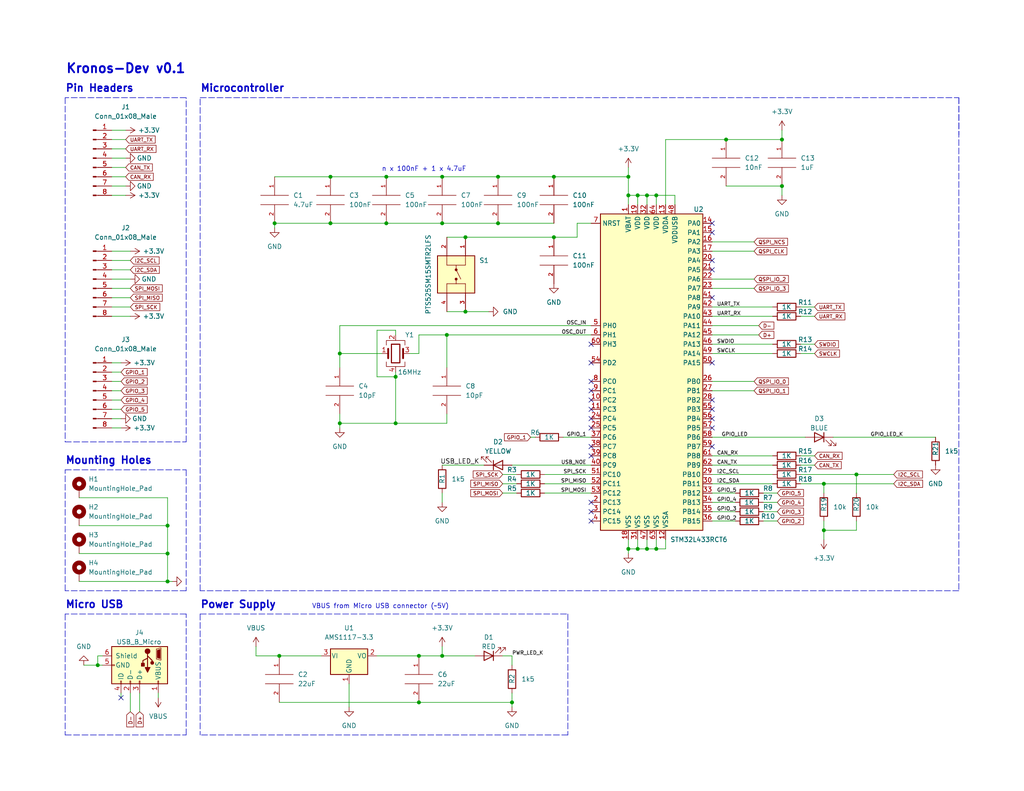
<source format=kicad_sch>
(kicad_sch (version 20211123) (generator eeschema)
  (paper "USLetter")
  (title_block (title "Kronos-Dev") (date "2022-11-25") (rev "0.1") (company "Space Concordia"))
  (lib_symbols
    (symbol "Buttons:PTS525SM15SMTR2LFS" (pin_names (offset 1.016))
      (property "Reference" "S" (at -5.0838 5.5922 0))
      (property "Value" "PTS525SM15SMTR2LFS" (at -5.0809 -7.3672 0))
      (symbol "PTS525SM15SMTR2LFS_0_0"
        (rectangle (start -5.08 -5.08) (end 5.08 5.08) (stroke (width 0.254)) (fill (type background)))
        (circle (center -1.27 0) (radius 0.1905) (stroke (width 0.381)))
        (polyline (pts (xy -5.08 2.54) (xy -2.54 2.54)) (stroke (width 0.1524)))
        (polyline (pts (xy -2.54 -2.54) (xy -5.08 -2.54)) (stroke (width 0.1524)))
        (polyline (pts (xy -2.54 0) (xy -2.54 -2.54)) (stroke (width 0.1524)))
        (polyline (pts (xy -2.54 0) (xy -1.27 0)) (stroke (width 0.1524)))
        (polyline (pts (xy -2.54 2.54) (xy -2.54 0)) (stroke (width 0.1524)))
        (polyline (pts (xy -1.27 0) (xy 1.27 1.27)) (stroke (width 0.1524)))
        (polyline (pts (xy 1.27 0) (xy 2.54 0)) (stroke (width 0.1524)))
        (polyline (pts (xy 2.54 -2.54) (xy 5.08 -2.54)) (stroke (width 0.1524)))
        (polyline (pts (xy 2.54 0) (xy 2.54 -2.54)) (stroke (width 0.1524)))
        (polyline (pts (xy 2.54 2.54) (xy 2.54 0)) (stroke (width 0.1524)))
        (polyline (pts (xy 5.08 2.54) (xy 2.54 2.54)) (stroke (width 0.1524)))
        (circle (center 1.27 0) (radius 0.1905) (stroke (width 0.381)))
        (pin passive line (at -10.16 2.54 0) (length 5.08) (name "~") (number "1"))
        (pin passive line (at -10.16 -2.54 0) (length 5.08) (name "~") (number "2"))
        (pin passive line (at 10.16 2.54 180) (length 5.08) (name "~") (number "3"))
        (pin passive line (at 10.16 -2.54 180) (length 5.08) (name "~") (number "4"))
      )
    )
    (symbol "Connector:Conn_01x08_Male" (pin_names (offset 1.016) hide)
      (property "Reference" "J" (at 0 10.16 0))
      (property "Value" "Conn_01x08_Male" (at 0 -12.7 0))
      (symbol "Conn_01x08_Male_1_1"
        (polyline (pts (xy 1.27 -10.16) (xy 0.8636 -10.16)) (stroke (width 0.1524)))
        (polyline (pts (xy 1.27 -7.62) (xy 0.8636 -7.62)) (stroke (width 0.1524)))
        (polyline (pts (xy 1.27 -5.08) (xy 0.8636 -5.08)) (stroke (width 0.1524)))
        (polyline (pts (xy 1.27 -2.54) (xy 0.8636 -2.54)) (stroke (width 0.1524)))
        (polyline (pts (xy 1.27 0) (xy 0.8636 0)) (stroke (width 0.1524)))
        (polyline (pts (xy 1.27 2.54) (xy 0.8636 2.54)) (stroke (width 0.1524)))
        (polyline (pts (xy 1.27 5.08) (xy 0.8636 5.08)) (stroke (width 0.1524)))
        (polyline (pts (xy 1.27 7.62) (xy 0.8636 7.62)) (stroke (width 0.1524)))
        (rectangle (start 0.8636 -10.033) (end 0 -10.287) (stroke (width 0.1524)) (fill (type outline)))
        (rectangle (start 0.8636 -7.493) (end 0 -7.747) (stroke (width 0.1524)) (fill (type outline)))
        (rectangle (start 0.8636 -4.953) (end 0 -5.207) (stroke (width 0.1524)) (fill (type outline)))
        (rectangle (start 0.8636 -2.413) (end 0 -2.667) (stroke (width 0.1524)) (fill (type outline)))
        (rectangle (start 0.8636 0.127) (end 0 -0.127) (stroke (width 0.1524)) (fill (type outline)))
        (rectangle (start 0.8636 2.667) (end 0 2.413) (stroke (width 0.1524)) (fill (type outline)))
        (rectangle (start 0.8636 5.207) (end 0 4.953) (stroke (width 0.1524)) (fill (type outline)))
        (rectangle (start 0.8636 7.747) (end 0 7.493) (stroke (width 0.1524)) (fill (type outline)))
        (pin passive line (at 5.08 7.62 180) (length 3.81) (name "Pin_1") (number "1"))
        (pin passive line (at 5.08 5.08 180) (length 3.81) (name "Pin_2") (number "2"))
        (pin passive line (at 5.08 2.54 180) (length 3.81) (name "Pin_3") (number "3"))
        (pin passive line (at 5.08 0 180) (length 3.81) (name "Pin_4") (number "4"))
        (pin passive line (at 5.08 -2.54 180) (length 3.81) (name "Pin_5") (number "5"))
        (pin passive line (at 5.08 -5.08 180) (length 3.81) (name "Pin_6") (number "6"))
        (pin passive line (at 5.08 -7.62 180) (length 3.81) (name "Pin_7") (number "7"))
        (pin passive line (at 5.08 -10.16 180) (length 3.81) (name "Pin_8") (number "8"))
      )
    )
    (symbol "Connector:USB_B_Micro" (pin_names (offset 1.016))
      (property "Reference" "J" (at -5.08 11.43 0))
      (property "Value" "USB_B_Micro" (at -5.08 8.89 0))
      (symbol "USB_B_Micro_0_1"
        (rectangle (start -5.08 -7.62) (end 5.08 7.62) (stroke (width 0.254)) (fill (type background)))
        (circle (center -3.81 2.159) (radius 0.635) (stroke (width 0.254)) (fill (type outline)))
        (circle (center -0.635 3.429) (radius 0.381) (stroke (width 0.254)) (fill (type outline)))
        (rectangle (start -0.127 -7.62) (end 0.127 -6.858))
        (polyline (pts (xy -1.905 2.159) (xy 0.635 2.159)) (stroke (width 0.254)))
        (polyline (pts (xy -3.175 2.159) (xy -2.54 2.159) (xy -1.27 3.429) (xy -0.635 3.429)) (stroke (width 0.254)))
        (polyline (pts (xy -2.54 2.159) (xy -1.905 2.159) (xy -1.27 0.889) (xy 0 0.889)) (stroke (width 0.254)))
        (polyline (pts (xy 0.635 2.794) (xy 0.635 1.524) (xy 1.905 2.159) (xy 0.635 2.794)) (stroke (width 0.254)) (fill (type outline)))
        (polyline (pts (xy -4.318 5.588) (xy -1.778 5.588) (xy -2.032 4.826) (xy -4.064 4.826) (xy -4.318 5.588)) (fill (type outline)))
        (polyline (pts (xy -4.699 5.842) (xy -4.699 5.588) (xy -4.445 4.826) (xy -4.445 4.572) (xy -1.651 4.572) (xy -1.651 4.826) (xy -1.397 5.588) (xy -1.397 5.842) (xy -4.699 5.842)))
        (rectangle (start 0.254 1.27) (end -0.508 0.508) (stroke (width 0.254)) (fill (type outline)))
        (rectangle (start 5.08 -5.207) (end 4.318 -4.953))
        (rectangle (start 5.08 -2.667) (end 4.318 -2.413))
        (rectangle (start 5.08 -0.127) (end 4.318 0.127))
        (rectangle (start 5.08 4.953) (end 4.318 5.207))
      )
      (symbol "USB_B_Micro_1_1"
        (pin power_out line (at 7.62 5.08 180) (length 2.54) (name "VBUS") (number "1"))
        (pin bidirectional line (at 7.62 -2.54 180) (length 2.54) (name "D-") (number "2"))
        (pin bidirectional line (at 7.62 0 180) (length 2.54) (name "D+") (number "3"))
        (pin passive line (at 7.62 -5.08 180) (length 2.54) (name "ID") (number "4"))
        (pin power_out line (at 0 -10.16 90) (length 2.54) (name "GND") (number "5"))
        (pin passive line (at -2.54 -10.16 90) (length 2.54) (name "Shield") (number "6"))
      )
    )
    (symbol "Device:Crystal_GND24" (pin_names (offset 1.016) hide)
      (property "Reference" "Y" (at 3.175 5.08 0))
      (property "Value" "Crystal_GND24" (at 3.175 3.175 0))
      (symbol "Crystal_GND24_0_1"
        (rectangle (start -1.143 2.54) (end 1.143 -2.54) (stroke (width 0.3048)))
        (polyline (pts (xy -2.54 0) (xy -2.032 0)))
        (polyline (pts (xy -2.032 -1.27) (xy -2.032 1.27)) (stroke (width 0.508)))
        (polyline (pts (xy 0 -3.81) (xy 0 -3.556)))
        (polyline (pts (xy 0 3.556) (xy 0 3.81)))
        (polyline (pts (xy 2.032 -1.27) (xy 2.032 1.27)) (stroke (width 0.508)))
        (polyline (pts (xy 2.032 0) (xy 2.54 0)))
        (polyline (pts (xy -2.54 -2.286) (xy -2.54 -3.556) (xy 2.54 -3.556) (xy 2.54 -2.286)))
        (polyline (pts (xy -2.54 2.286) (xy -2.54 3.556) (xy 2.54 3.556) (xy 2.54 2.286)))
      )
      (symbol "Crystal_GND24_1_1"
        (pin passive line (at -3.81 0 0) (length 1.27) (name "1") (number "1"))
        (pin passive line (at 0 5.08 270) (length 1.27) (name "2") (number "2"))
        (pin passive line (at 3.81 0 180) (length 1.27) (name "3") (number "3"))
        (pin passive line (at 0 -5.08 90) (length 1.27) (name "4") (number "4"))
      )
    )
    (symbol "Device:LED" (pin_numbers hide) (pin_names (offset 1.016) hide)
      (property "Reference" "D" (at 0 2.54 0))
      (property "Value" "LED" (at 0 -2.54 0))
      (symbol "LED_0_1"
        (polyline (pts (xy -1.27 -1.27) (xy -1.27 1.27)) (stroke (width 0.254)))
        (polyline (pts (xy -1.27 0) (xy 1.27 0)))
        (polyline (pts (xy 1.27 -1.27) (xy 1.27 1.27) (xy -1.27 0) (xy 1.27 -1.27)) (stroke (width 0.254)))
        (polyline (pts (xy -3.048 -0.762) (xy -4.572 -2.286) (xy -3.81 -2.286) (xy -4.572 -2.286) (xy -4.572 -1.524)))
        (polyline (pts (xy -1.778 -0.762) (xy -3.302 -2.286) (xy -2.54 -2.286) (xy -3.302 -2.286) (xy -3.302 -1.524)))
      )
      (symbol "LED_1_1"
        (pin passive line (at -3.81 0 0) (length 2.54) (name "K") (number "1"))
        (pin passive line (at 3.81 0 180) (length 2.54) (name "A") (number "2"))
      )
    )
    (symbol "Device:R" (pin_numbers hide) (pin_names (offset 0))
      (property "Reference" "R" (at 2.032 0 90))
      (property "Value" "R" (at 0 0 90))
      (symbol "R_0_1"
        (rectangle (start -1.016 -2.54) (end 1.016 2.54) (stroke (width 0.254)))
      )
      (symbol "R_1_1"
        (pin passive line (at 0 3.81 270) (length 1.27) (name "~") (number "1"))
        (pin passive line (at 0 -3.81 90) (length 1.27) (name "~") (number "2"))
      )
    )
    (symbol "MCU_ST_STM32L4:STM32L433RCTx"
      (property "Reference" "U" (at -15.24 44.45 0))
      (property "Value" "STM32L433RCTx" (at 7.62 44.45 0))
      (symbol "STM32L433RCTx_0_1"
        (rectangle (start -15.24 -43.18) (end 12.7 43.18) (stroke (width 0.254)) (fill (type background)))
      )
      (symbol "STM32L433RCTx_1_1"
        (pin power_in line (at -7.62 45.72 270) (length 2.54) (name "VBAT") (number "1"))
        (pin bidirectional line (at -17.78 -7.62 0) (length 2.54) (name "PC2") (number "10"))
        (pin bidirectional line (at -17.78 -10.16 0) (length 2.54) (name "PC3") (number "11"))
        (pin power_in line (at 2.54 -45.72 90) (length 2.54) (name "VSSA") (number "12"))
        (pin power_in line (at 2.54 45.72 270) (length 2.54) (name "VDDA") (number "13"))
        (pin bidirectional line (at 15.24 40.64 180) (length 2.54) (name "PA0") (number "14"))
        (pin bidirectional line (at 15.24 38.1 180) (length 2.54) (name "PA1") (number "15"))
        (pin bidirectional line (at 15.24 35.56 180) (length 2.54) (name "PA2") (number "16"))
        (pin bidirectional line (at 15.24 33.02 180) (length 2.54) (name "PA3") (number "17"))
        (pin power_in line (at -7.62 -45.72 90) (length 2.54) (name "VSS") (number "18"))
        (pin power_in line (at -5.08 45.72 270) (length 2.54) (name "VDD") (number "19"))
        (pin bidirectional line (at -17.78 -35.56 0) (length 2.54) (name "PC13") (number "2"))
        (pin bidirectional line (at 15.24 30.48 180) (length 2.54) (name "PA4") (number "20"))
        (pin bidirectional line (at 15.24 27.94 180) (length 2.54) (name "PA5") (number "21"))
        (pin bidirectional line (at 15.24 25.4 180) (length 2.54) (name "PA6") (number "22"))
        (pin bidirectional line (at 15.24 22.86 180) (length 2.54) (name "PA7") (number "23"))
        (pin bidirectional line (at -17.78 -12.7 0) (length 2.54) (name "PC4") (number "24"))
        (pin bidirectional line (at -17.78 -15.24 0) (length 2.54) (name "PC5") (number "25"))
        (pin bidirectional line (at 15.24 -2.54 180) (length 2.54) (name "PB0") (number "26"))
        (pin bidirectional line (at 15.24 -5.08 180) (length 2.54) (name "PB1") (number "27"))
        (pin bidirectional line (at 15.24 -7.62 180) (length 2.54) (name "PB2") (number "28"))
        (pin bidirectional line (at 15.24 -27.94 180) (length 2.54) (name "PB10") (number "29"))
        (pin bidirectional line (at -17.78 -38.1 0) (length 2.54) (name "PC14") (number "3"))
        (pin bidirectional line (at 15.24 -30.48 180) (length 2.54) (name "PB11") (number "30"))
        (pin power_in line (at -5.08 -45.72 90) (length 2.54) (name "VSS") (number "31"))
        (pin power_in line (at -2.54 45.72 270) (length 2.54) (name "VDD") (number "32"))
        (pin bidirectional line (at 15.24 -33.02 180) (length 2.54) (name "PB12") (number "33"))
        (pin bidirectional line (at 15.24 -35.56 180) (length 2.54) (name "PB13") (number "34"))
        (pin bidirectional line (at 15.24 -38.1 180) (length 2.54) (name "PB14") (number "35"))
        (pin bidirectional line (at 15.24 -40.64 180) (length 2.54) (name "PB15") (number "36"))
        (pin bidirectional line (at -17.78 -17.78 0) (length 2.54) (name "PC6") (number "37"))
        (pin bidirectional line (at -17.78 -20.32 0) (length 2.54) (name "PC7") (number "38"))
        (pin bidirectional line (at -17.78 -22.86 0) (length 2.54) (name "PC8") (number "39"))
        (pin bidirectional line (at -17.78 -40.64 0) (length 2.54) (name "PC15") (number "4"))
        (pin bidirectional line (at -17.78 -25.4 0) (length 2.54) (name "PC9") (number "40"))
        (pin bidirectional line (at 15.24 20.32 180) (length 2.54) (name "PA8") (number "41"))
        (pin bidirectional line (at 15.24 17.78 180) (length 2.54) (name "PA9") (number "42"))
        (pin bidirectional line (at 15.24 15.24 180) (length 2.54) (name "PA10") (number "43"))
        (pin bidirectional line (at 15.24 12.7 180) (length 2.54) (name "PA11") (number "44"))
        (pin bidirectional line (at 15.24 10.16 180) (length 2.54) (name "PA12") (number "45"))
        (pin bidirectional line (at 15.24 7.62 180) (length 2.54) (name "PA13") (number "46"))
        (pin power_in line (at -2.54 -45.72 90) (length 2.54) (name "VSS") (number "47"))
        (pin power_in line (at 5.08 45.72 270) (length 2.54) (name "VDDUSB") (number "48"))
        (pin bidirectional line (at 15.24 5.08 180) (length 2.54) (name "PA14") (number "49"))
        (pin input line (at -17.78 12.7 0) (length 2.54) (name "PH0") (number "5"))
        (pin bidirectional line (at 15.24 2.54 180) (length 2.54) (name "PA15") (number "50"))
        (pin bidirectional line (at -17.78 -27.94 0) (length 2.54) (name "PC10") (number "51"))
        (pin bidirectional line (at -17.78 -30.48 0) (length 2.54) (name "PC11") (number "52"))
        (pin bidirectional line (at -17.78 -33.02 0) (length 2.54) (name "PC12") (number "53"))
        (pin bidirectional line (at -17.78 2.54 0) (length 2.54) (name "PD2") (number "54"))
        (pin bidirectional line (at 15.24 -10.16 180) (length 2.54) (name "PB3") (number "55"))
        (pin bidirectional line (at 15.24 -12.7 180) (length 2.54) (name "PB4") (number "56"))
        (pin bidirectional line (at 15.24 -15.24 180) (length 2.54) (name "PB5") (number "57"))
        (pin bidirectional line (at 15.24 -17.78 180) (length 2.54) (name "PB6") (number "58"))
        (pin bidirectional line (at 15.24 -20.32 180) (length 2.54) (name "PB7") (number "59"))
        (pin input line (at -17.78 10.16 0) (length 2.54) (name "PH1") (number "6"))
        (pin bidirectional line (at -17.78 7.62 0) (length 2.54) (name "PH3") (number "60"))
        (pin bidirectional line (at 15.24 -22.86 180) (length 2.54) (name "PB8") (number "61"))
        (pin bidirectional line (at 15.24 -25.4 180) (length 2.54) (name "PB9") (number "62"))
        (pin power_in line (at 0 -45.72 90) (length 2.54) (name "VSS") (number "63"))
        (pin power_in line (at 0 45.72 270) (length 2.54) (name "VDD") (number "64"))
        (pin input line (at -17.78 40.64 0) (length 2.54) (name "NRST") (number "7"))
        (pin bidirectional line (at -17.78 -2.54 0) (length 2.54) (name "PC0") (number "8"))
        (pin bidirectional line (at -17.78 -5.08 0) (length 2.54) (name "PC1") (number "9"))
      )
    )
    (symbol "Mechanical:MountingHole_Pad" (pin_numbers hide) (pin_names (offset 1.016) hide)
      (property "Reference" "H" (at 0 6.35 0))
      (property "Value" "MountingHole_Pad" (at 0 4.445 0))
      (symbol "MountingHole_Pad_0_1"
        (circle (center 0 1.27) (radius 1.27) (stroke (width 1.27)))
      )
      (symbol "MountingHole_Pad_1_1"
        (pin input line (at 0 -2.54 90) (length 2.54) (name "1") (number "1"))
      )
    )
    (symbol "Regulator_Linear:AMS1117-3.3" (pin_names (offset 0.254))
      (property "Reference" "U" (at -3.81 3.175 0))
      (property "Value" "AMS1117-3.3" (at 0 3.175 0))
      (symbol "AMS1117-3.3_0_1"
        (rectangle (start -5.08 -5.08) (end 5.08 1.905) (stroke (width 0.254)) (fill (type background)))
      )
      (symbol "AMS1117-3.3_1_1"
        (pin power_in line (at 0 -7.62 90) (length 2.54) (name "GND") (number "1"))
        (pin power_out line (at 7.62 0 180) (length 2.54) (name "VO") (number "2"))
        (pin power_in line (at -7.62 0 0) (length 2.54) (name "VI") (number "3"))
      )
    )
    (symbol "power:+3.3V" (power) (pin_names (offset 0))
      (property "Value" "+3.3V" (at 0 3.556 0))
      (symbol "+3.3V_0_1"
        (polyline (pts (xy -0.762 1.27) (xy 0 2.54)))
        (polyline (pts (xy 0 0) (xy 0 2.54)))
        (polyline (pts (xy 0 2.54) (xy 0.762 1.27)))
      )
      (symbol "+3.3V_1_1"
        (pin power_in line (at 0 0 90) (length 0) hide (name "+3.3V") (number "1"))
      )
    )
    (symbol "power:GND" (power) (pin_names (offset 0))
      (property "Value" "GND" (at 0 -3.81 0))
      (symbol "GND_0_1"
        (polyline (pts (xy 0 0) (xy 0 -1.27) (xy 1.27 -1.27) (xy 0 -2.54) (xy -1.27 -1.27) (xy 0 -1.27)))
      )
      (symbol "GND_1_1"
        (pin power_in line (at 0 0 270) (length 0) hide (name "GND") (number "1"))
      )
    )
    (symbol "power:VBUS" (power) (pin_names (offset 0))
      (property "Value" "VBUS" (at 0 3.81 0))
      (symbol "VBUS_0_1"
        (polyline (pts (xy -0.762 1.27) (xy 0 2.54)))
        (polyline (pts (xy 0 0) (xy 0 2.54)))
        (polyline (pts (xy 0 2.54) (xy 0.762 1.27)))
      )
      (symbol "VBUS_1_1"
        (pin power_in line (at 0 0 90) (length 0) hide (name "VBUS") (number "1"))
      )
    )
    (symbol "pspice:C" (pin_names (offset 0.254))
      (property "Reference" "C" (at 2.54 3.81 90))
      (property "Value" "C" (at 2.54 -3.81 90))
      (symbol "C_0_1"
        (polyline (pts (xy -3.81 -1.27) (xy 3.81 -1.27)))
        (polyline (pts (xy -3.81 1.27) (xy 3.81 1.27)))
      )
      (symbol "C_1_1"
        (pin passive line (at 0 6.35 270) (length 5.08) (name "~") (number "1"))
        (pin passive line (at 0 -6.35 90) (length 5.08) (name "~") (number "2"))
      )
    )
  )
  (junction (at 45.72 158.75))
  (junction (at 90.17 48.26))
  (junction (at 135.89 60.96))
  (junction (at 179.07 53.34))
  (junction (at 45.72 143.51))
  (junction (at 105.41 48.26))
  (junction (at 120.65 48.26))
  (junction (at 105.41 60.96))
  (junction (at 127 64.77))
  (junction (at 173.99 149.86))
  (junction (at 198.12 38.1))
  (junction (at 114.3 191.77))
  (junction (at 213.36 38.1))
  (junction (at 92.71 115.57))
  (junction (at 135.89 48.26))
  (junction (at 120.65 60.96))
  (junction (at 173.99 53.34))
  (junction (at 224.79 132.08))
  (junction (at 90.17 60.96))
  (junction (at 224.79 144.78))
  (junction (at 176.53 53.34))
  (junction (at 76.2 179.07))
  (junction (at 171.45 53.34))
  (junction (at 121.92 91.44))
  (junction (at 151.13 48.26))
  (junction (at 107.95 115.57))
  (junction (at 213.36 50.8))
  (junction (at 114.3 179.07))
  (junction (at 74.93 60.96))
  (junction (at 107.95 102.87))
  (junction (at 176.53 149.86))
  (junction (at 233.68 129.54))
  (junction (at 139.7 191.77))
  (junction (at 151.13 64.77))
  (junction (at 127 85.09))
  (junction (at 120.65 179.07))
  (junction (at 171.45 48.26))
  (junction (at 92.71 96.52))
  (junction (at 45.72 151.13))
  (junction (at 179.07 149.86))
  (junction (at 26.67 181.61))
  (junction (at 171.45 149.86))
  (no_connect (at 194.31 73.66))
  (no_connect (at 161.29 124.46))
  (no_connect (at 161.29 104.14))
  (no_connect (at 194.31 81.28))
  (no_connect (at 194.31 71.12))
  (no_connect (at 161.29 109.22))
  (no_connect (at 161.29 111.76))
  (no_connect (at 194.31 111.76))
  (no_connect (at 161.29 114.3))
  (no_connect (at 161.29 106.68))
  (no_connect (at 194.31 116.84))
  (no_connect (at 161.29 142.24))
  (no_connect (at 194.31 63.5))
  (no_connect (at 161.29 99.06))
  (no_connect (at 194.31 109.22))
  (no_connect (at 194.31 121.92))
  (no_connect (at 194.31 114.3))
  (no_connect (at 161.29 121.92))
  (no_connect (at 161.29 93.98))
  (no_connect (at 33.02 190.5))
  (no_connect (at 161.29 137.16))
  (no_connect (at 194.31 60.96))
  (no_connect (at 194.31 99.06))
  (no_connect (at 161.29 116.84))
  (no_connect (at 161.29 139.7))
  (wire (pts (xy 194.31 66.04) (xy 205.74 66.04)))
  (wire (pts (xy 176.53 53.34) (xy 179.07 53.34)))
  (polyline (pts (xy 261.62 26.67) (xy 261.62 36.83)))
  (wire (pts (xy 148.59 134.62) (xy 161.29 134.62)))
  (wire (pts (xy 148.59 132.08) (xy 161.29 132.08)))
  (wire (pts (xy 74.93 60.96) (xy 90.17 60.96)))
  (wire (pts (xy 127 64.77) (xy 151.13 64.77)))
  (wire (pts (xy 121.92 85.09) (xy 127 85.09)))
  (wire (pts (xy 176.53 53.34) (xy 176.53 55.88)))
  (polyline (pts (xy 17.78 167.64) (xy 17.78 200.66)))
  (wire (pts (xy 176.53 149.86) (xy 173.99 149.86)))
  (wire (pts (xy 135.89 48.26) (xy 151.13 48.26)))
  (wire (pts (xy 171.45 147.32) (xy 171.45 149.86)))
  (wire (pts (xy 90.17 48.26) (xy 105.41 48.26)))
  (wire (pts (xy 212.09 134.62) (xy 208.28 134.62)))
  (wire (pts (xy 194.31 129.54) (xy 210.82 129.54)))
  (wire (pts (xy 76.2 179.07) (xy 87.63 179.07)))
  (polyline (pts (xy 261.62 26.67) (xy 261.62 161.29)))
  (polyline (pts (xy 54.61 167.64) (xy 54.61 200.66)))
  (wire (pts (xy 45.72 151.13) (xy 45.72 158.75)))
  (polyline (pts (xy 54.61 161.29) (xy 54.61 26.67)))
  (wire (pts (xy 105.41 48.26) (xy 120.65 48.26)))
  (wire (pts (xy 194.31 119.38) (xy 219.71 119.38)))
  (wire (pts (xy 173.99 149.86) (xy 171.45 149.86)))
  (wire (pts (xy 111.76 96.52) (xy 114.3 96.52)))
  (polyline (pts (xy 54.61 26.67) (xy 261.62 26.67)))
  (wire (pts (xy 179.07 53.34) (xy 184.15 53.34)))
  (wire (pts (xy 35.56 189.23) (xy 35.56 194.31)))
  (wire (pts (xy 179.07 53.34) (xy 179.07 55.88)))
  (wire (pts (xy 120.65 127) (xy 132.08 127)))
  (wire (pts (xy 218.44 86.36) (xy 222.25 86.36)))
  (wire (pts (xy 181.61 147.32) (xy 181.61 149.86)))
  (wire (pts (xy 30.48 35.56) (xy 34.29 35.56)))
  (wire (pts (xy 30.48 104.14) (xy 33.02 104.14)))
  (wire (pts (xy 218.44 129.54) (xy 233.68 129.54)))
  (wire (pts (xy 95.25 186.69) (xy 95.25 193.04)))
  (wire (pts (xy 69.85 179.07) (xy 76.2 179.07)))
  (wire (pts (xy 74.93 60.96) (xy 74.93 62.23)))
  (wire (pts (xy 30.48 68.58) (xy 35.56 68.58)))
  (wire (pts (xy 33.02 190.5) (xy 33.02 189.23)))
  (wire (pts (xy 30.48 116.84) (xy 33.02 116.84)))
  (wire (pts (xy 38.1 189.23) (xy 38.1 194.31)))
  (wire (pts (xy 139.7 191.77) (xy 139.7 193.04)))
  (polyline (pts (xy 50.8 26.67) (xy 17.78 26.67)))
  (wire (pts (xy 30.48 43.18) (xy 34.29 43.18)))
  (wire (pts (xy 194.31 88.9) (xy 207.01 88.9)))
  (wire (pts (xy 218.44 132.08) (xy 224.79 132.08)))
  (wire (pts (xy 120.65 48.26) (xy 135.89 48.26)))
  (wire (pts (xy 181.61 38.1) (xy 181.61 55.88)))
  (wire (pts (xy 218.44 124.46) (xy 222.25 124.46)))
  (wire (pts (xy 92.71 116.84) (xy 92.71 115.57)))
  (wire (pts (xy 194.31 104.14) (xy 205.74 104.14)))
  (wire (pts (xy 107.95 90.17) (xy 102.87 90.17)))
  (wire (pts (xy 107.95 115.57) (xy 121.92 115.57)))
  (wire (pts (xy 105.41 60.96) (xy 120.65 60.96)))
  (wire (pts (xy 194.31 106.68) (xy 205.74 106.68)))
  (wire (pts (xy 30.48 73.66) (xy 35.56 73.66)))
  (wire (pts (xy 151.13 48.26) (xy 171.45 48.26)))
  (wire (pts (xy 114.3 179.07) (xy 120.65 179.07)))
  (polyline (pts (xy 17.78 200.66) (xy 50.8 200.66)))
  (wire (pts (xy 224.79 132.08) (xy 243.84 132.08)))
  (wire (pts (xy 21.59 158.75) (xy 45.72 158.75)))
  (wire (pts (xy 26.67 181.61) (xy 27.94 181.61)))
  (wire (pts (xy 144.78 119.38) (xy 146.05 119.38)))
  (wire (pts (xy 26.67 179.07) (xy 26.67 181.61)))
  (wire (pts (xy 171.45 45.72) (xy 171.45 48.26)))
  (wire (pts (xy 92.71 113.03) (xy 92.71 115.57)))
  (wire (pts (xy 30.48 99.06) (xy 33.02 99.06)))
  (wire (pts (xy 21.59 135.89) (xy 45.72 135.89)))
  (wire (pts (xy 171.45 53.34) (xy 173.99 53.34)))
  (wire (pts (xy 173.99 53.34) (xy 173.99 55.88)))
  (wire (pts (xy 90.17 60.96) (xy 105.41 60.96)))
  (wire (pts (xy 194.31 96.52) (xy 210.82 96.52)))
  (wire (pts (xy 107.95 91.44) (xy 107.95 90.17)))
  (wire (pts (xy 198.12 50.8) (xy 213.36 50.8)))
  (wire (pts (xy 30.48 71.12) (xy 35.56 71.12)))
  (wire (pts (xy 127 85.09) (xy 133.35 85.09)))
  (polyline (pts (xy 17.78 26.67) (xy 17.78 120.65)))
  (wire (pts (xy 224.79 132.08) (xy 224.79 134.62)))
  (wire (pts (xy 45.72 135.89) (xy 45.72 143.51)))
  (wire (pts (xy 30.48 78.74) (xy 35.56 78.74)))
  (wire (pts (xy 30.48 48.26) (xy 34.29 48.26)))
  (polyline (pts (xy 17.78 120.65) (xy 50.8 120.65)))
  (wire (pts (xy 30.48 83.82) (xy 35.56 83.82)))
  (wire (pts (xy 114.3 91.44) (xy 121.92 91.44)))
  (wire (pts (xy 30.48 114.3) (xy 33.02 114.3)))
  (wire (pts (xy 137.16 134.62) (xy 140.97 134.62)))
  (wire (pts (xy 45.72 143.51) (xy 45.72 151.13)))
  (wire (pts (xy 194.31 93.98) (xy 210.82 93.98)))
  (wire (pts (xy 208.28 142.24) (xy 212.09 142.24)))
  (wire (pts (xy 194.31 86.36) (xy 210.82 86.36)))
  (wire (pts (xy 148.59 129.54) (xy 161.29 129.54)))
  (wire (pts (xy 120.65 134.62) (xy 120.65 137.16)))
  (wire (pts (xy 224.79 142.24) (xy 224.79 144.78)))
  (wire (pts (xy 198.12 38.1) (xy 213.36 38.1)))
  (wire (pts (xy 139.7 127) (xy 161.29 127)))
  (wire (pts (xy 194.31 132.08) (xy 210.82 132.08)))
  (wire (pts (xy 157.48 64.77) (xy 157.48 60.96)))
  (wire (pts (xy 30.48 81.28) (xy 35.56 81.28)))
  (wire (pts (xy 157.48 60.96) (xy 161.29 60.96)))
  (wire (pts (xy 46.99 158.75) (xy 45.72 158.75)))
  (wire (pts (xy 194.31 78.74) (xy 205.74 78.74)))
  (wire (pts (xy 26.67 179.07) (xy 27.94 179.07)))
  (polyline (pts (xy 17.78 128.27) (xy 50.8 128.27)))
  (wire (pts (xy 102.87 90.17) (xy 102.87 102.87)))
  (polyline (pts (xy 17.78 161.29) (xy 17.78 128.27)))
  (wire (pts (xy 171.45 53.34) (xy 171.45 55.88)))
  (wire (pts (xy 107.95 101.6) (xy 107.95 102.87)))
  (wire (pts (xy 139.7 191.77) (xy 114.3 191.77)))
  (polyline (pts (xy 50.8 128.27) (xy 50.8 161.29)))
  (wire (pts (xy 194.31 124.46) (xy 210.82 124.46)))
  (wire (pts (xy 233.68 142.24) (xy 233.68 144.78)))
  (wire (pts (xy 137.16 132.08) (xy 140.97 132.08)))
  (polyline (pts (xy 50.8 161.29) (xy 17.78 161.29)))
  (wire (pts (xy 43.18 190.5) (xy 43.18 189.23)))
  (wire (pts (xy 194.31 142.24) (xy 200.66 142.24)))
  (wire (pts (xy 218.44 96.52) (xy 222.25 96.52)))
  (wire (pts (xy 121.92 91.44) (xy 121.92 100.33)))
  (wire (pts (xy 137.16 129.54) (xy 140.97 129.54)))
  (wire (pts (xy 102.87 102.87) (xy 107.95 102.87)))
  (wire (pts (xy 176.53 147.32) (xy 176.53 149.86)))
  (wire (pts (xy 194.31 139.7) (xy 200.66 139.7)))
  (wire (pts (xy 121.92 64.77) (xy 127 64.77)))
  (wire (pts (xy 120.65 179.07) (xy 120.65 176.53)))
  (wire (pts (xy 107.95 102.87) (xy 107.95 115.57)))
  (wire (pts (xy 173.99 147.32) (xy 173.99 149.86)))
  (wire (pts (xy 102.87 179.07) (xy 114.3 179.07)))
  (wire (pts (xy 92.71 96.52) (xy 104.14 96.52)))
  (wire (pts (xy 120.65 60.96) (xy 135.89 60.96)))
  (polyline (pts (xy 54.61 167.64) (xy 154.94 167.64)))
  (wire (pts (xy 92.71 115.57) (xy 107.95 115.57)))
  (polyline (pts (xy 154.94 167.64) (xy 154.94 200.66)))
  (wire (pts (xy 218.44 83.82) (xy 222.25 83.82)))
  (wire (pts (xy 30.48 40.64) (xy 34.29 40.64)))
  (wire (pts (xy 121.92 91.44) (xy 161.29 91.44)))
  (wire (pts (xy 114.3 96.52) (xy 114.3 91.44)))
  (polyline (pts (xy 154.94 200.66) (xy 54.61 200.66)))
  (wire (pts (xy 208.28 139.7) (xy 212.09 139.7)))
  (wire (pts (xy 224.79 144.78) (xy 224.79 147.32)))
  (wire (pts (xy 30.48 38.1) (xy 34.29 38.1)))
  (wire (pts (xy 21.59 143.51) (xy 45.72 143.51)))
  (wire (pts (xy 30.48 109.22) (xy 33.02 109.22)))
  (wire (pts (xy 213.36 35.56) (xy 213.36 38.1)))
  (wire (pts (xy 171.45 48.26) (xy 171.45 53.34)))
  (wire (pts (xy 30.48 86.36) (xy 35.56 86.36)))
  (wire (pts (xy 92.71 96.52) (xy 92.71 88.9)))
  (wire (pts (xy 179.07 149.86) (xy 176.53 149.86)))
  (wire (pts (xy 30.48 45.72) (xy 34.29 45.72)))
  (wire (pts (xy 218.44 93.98) (xy 222.25 93.98)))
  (wire (pts (xy 30.48 53.34) (xy 34.29 53.34)))
  (wire (pts (xy 233.68 129.54) (xy 233.68 134.62)))
  (wire (pts (xy 181.61 149.86) (xy 179.07 149.86)))
  (wire (pts (xy 30.48 50.8) (xy 34.29 50.8)))
  (wire (pts (xy 194.31 68.58) (xy 205.74 68.58)))
  (wire (pts (xy 139.7 189.23) (xy 139.7 191.77)))
  (polyline (pts (xy 50.8 120.65) (xy 50.8 26.67)))
  (wire (pts (xy 92.71 96.52) (xy 92.71 100.33)))
  (wire (pts (xy 69.85 176.53) (xy 69.85 179.07)))
  (wire (pts (xy 92.71 88.9) (xy 161.29 88.9)))
  (wire (pts (xy 74.93 48.26) (xy 90.17 48.26)))
  (wire (pts (xy 151.13 64.77) (xy 157.48 64.77)))
  (wire (pts (xy 194.31 127) (xy 210.82 127)))
  (wire (pts (xy 30.48 111.76) (xy 33.02 111.76)))
  (wire (pts (xy 120.65 179.07) (xy 129.54 179.07)))
  (wire (pts (xy 218.44 127) (xy 222.25 127)))
  (wire (pts (xy 194.31 91.44) (xy 207.01 91.44)))
  (wire (pts (xy 30.48 76.2) (xy 35.56 76.2)))
  (wire (pts (xy 22.86 181.61) (xy 26.67 181.61)))
  (wire (pts (xy 30.48 106.68) (xy 33.02 106.68)))
  (wire (pts (xy 208.2364 137.16) (xy 212.09 137.16)))
  (wire (pts (xy 21.59 151.13) (xy 45.72 151.13)))
  (wire (pts (xy 137.16 179.07) (xy 139.7 179.07)))
  (wire (pts (xy 194.31 83.82) (xy 210.82 83.82)))
  (wire (pts (xy 224.79 144.78) (xy 233.68 144.78)))
  (wire (pts (xy 121.92 113.03) (xy 121.92 115.57)))
  (wire (pts (xy 30.48 101.6) (xy 33.02 101.6)))
  (polyline (pts (xy 50.8 167.64) (xy 17.78 167.64)))
  (wire (pts (xy 194.31 137.16) (xy 200.6164 137.16)))
  (wire (pts (xy 233.68 129.54) (xy 243.84 129.54)))
  (wire (pts (xy 171.45 149.86) (xy 171.45 151.13)))
  (wire (pts (xy 200.66 134.62) (xy 194.31 134.62)))
  (wire (pts (xy 179.07 147.32) (xy 179.07 149.86)))
  (polyline (pts (xy 50.8 200.66) (xy 50.8 167.64)))
  (polyline (pts (xy 261.62 161.29) (xy 54.61 161.29)))
  (wire (pts (xy 184.15 53.34) (xy 184.15 55.88)))
  (wire (pts (xy 135.89 60.96) (xy 151.13 60.96)))
  (wire (pts (xy 76.2 191.77) (xy 114.3 191.77)))
  (wire (pts (xy 139.7 179.07) (xy 139.7 181.61)))
  (wire (pts (xy 173.99 53.34) (xy 176.53 53.34)))
  (wire (pts (xy 227.33 119.38) (xy 255.27 119.38)))
  (wire (pts (xy 213.36 50.8) (xy 213.36 53.34)))
  (wire (pts (xy 153.67 119.38) (xy 161.29 119.38)))
  (wire (pts (xy 181.61 38.1) (xy 198.12 38.1)))
  (wire (pts (xy 194.31 76.2) (xy 205.74 76.2)))
  (text "Power Supply" (at 54.61 166.37 0) (effects (font (size 2 2) (thickness 0.4) bold) (justify left bottom)))
  (text "Pin Headers" (at 17.78 25.4 0) (effects (font (size 2 2) (thickness 0.4) bold) (justify left bottom)))
  (text "VBUS from Micro USB connector (~5V)" (at 85.09 166.37 0) (effects (font (size 1.27 1.27)) (justify left bottom)))
  (text "Micro USB" (at 17.78 166.37 0) (effects (font (size 2 2) (thickness 0.4) bold) (justify left bottom)))
  (text "Kronos-Dev v0.1\n" (at 50.8 20.32 180) (effects (font (size 2.5 2.5) (thickness 0.5) bold) (justify right bottom)))
  (text "Microcontroller" (at 54.61 25.4 0) (effects (font (size 2 2) (thickness 0.4) bold) (justify left bottom)))
  (text "Mounting Holes" (at 17.78 127 0) (effects (font (size 2 2) (thickness 0.4) bold) (justify left bottom)))
  (text "n x 100nF + 1 x 4.7uF" (at 104.14 46.99 0) (effects (font (size 1.27 1.27)) (justify left bottom)))
  (label "GPIO_4" (at 195.58 137.16 0) (effects (font (size 1 1))))
  (label "GPIO_LED_K" (at 237.49 119.38 0) (effects (font (size 1 1))))
  (label "GPIO_3" (at 195.58 139.7 0) (effects (font (size 1 1))))
  (label "I2C_SDA" (at 195.58 132.08 0) (effects (font (size 1 1))))
  (label "I2C_SCL" (at 195.58 129.54 0) (effects (font (size 1 1))))
  (label "UART_TX" (at 195.58 83.82 0) (effects (font (size 1 1))))
  (label "PWR_LED_K" (at 139.7 179.07 0) (effects (font (size 1 1))))
  (label "GPIO_5" (at 195.58 134.62 0) (effects (font (size 1 1))))
  (label "OSC_IN" (at 160.02 88.9 180) (effects (font (size 1 1))))
  (label "UART_RX" (at 195.58 86.36 0) (effects (font (size 1 1))))
  (label "SPI_MISO" (at 160.02 132.08 180) (effects (font (size 1 1))))
  (label "SPI_SCK" (at 160.02 129.54 180) (effects (font (size 1 1))))
  (label "USB_NOE" (at 160.02 127 180) (effects (font (size 1 1))))
  (label "GPIO_1" (at 160.02 119.38 180) (effects (font (size 1 1))))
  (label "CAN_TX" (at 195.58 127 0) (effects (font (size 1 1))))
  (label "GPIO_2" (at 195.58 142.24 0) (effects (font (size 1 1))))
  (label "CAN_RX" (at 195.58 124.46 0) (effects (font (size 1 1))))
  (label "SPI_MOSI" (at 160.02 134.62 180) (effects (font (size 1 1))))
  (label "SWCLK" (at 195.58 96.52 0) (effects (font (size 1 1))))
  (label "SWDIO" (at 195.58 93.98 0) (effects (font (size 1 1))))
  (label "GPIO_LED" (at 196.85 119.38 0) (effects (font (size 1 1))))
  (label "OSC_OUT" (at 160.02 91.44 180) (effects (font (size 1 1))))
  (label "USB_LED_K" (at 130.81 127 180))
  (global_label "QSPI_IO_0" (shape input) (at 205.74 104.14 0) (effects (font (size 1 1))) (property "Intersheet References" "${INTERSHEET_REFS}" (effects hide)))
  (global_label "SPI_MOSI" (shape input) (at 35.56 78.74 0) (effects (font (size 1 1))) (property "Intersheet References" "${INTERSHEET_REFS}" (effects hide)))
  (global_label "UART_RX" (shape input) (at 34.29 40.64 0) (effects (font (size 1 1))) (property "Intersheet References" "${INTERSHEET_REFS}" (effects hide)))
  (global_label "QSPI_NCS" (shape input) (at 205.74 66.04 0) (effects (font (size 1 1))) (property "Intersheet References" "${INTERSHEET_REFS}" (effects hide)))
  (global_label "GPIO_2" (shape input) (at 212.09 142.24 0) (effects (font (size 1 1))) (property "Intersheet References" "${INTERSHEET_REFS}" (effects hide)))
  (global_label "I2C_SCL" (shape input) (at 243.84 129.54 0) (effects (font (size 1 1))) (property "Intersheet References" "${INTERSHEET_REFS}" (effects hide)))
  (global_label "GPIO_1" (shape input) (at 144.78 119.38 180) (effects (font (size 1 1))) (property "Intersheet References" "${INTERSHEET_REFS}" (effects hide)))
  (global_label "D-" (shape input) (at 207.01 88.9 0) (effects (font (size 1 1))) (property "Intersheet References" "${INTERSHEET_REFS}" (effects hide)))
  (global_label "CAN_TX" (shape input) (at 34.29 45.72 0) (effects (font (size 1 1))) (property "Intersheet References" "${INTERSHEET_REFS}" (effects hide)))
  (global_label "I2C_SCL" (shape input) (at 35.56 71.12 0) (effects (font (size 1 1))) (property "Intersheet References" "${INTERSHEET_REFS}" (effects hide)))
  (global_label "D+" (shape input) (at 38.1 194.31 270) (effects (font (size 1 1))) (property "Intersheet References" "${INTERSHEET_REFS}" (effects hide)))
  (global_label "SPI_SCK" (shape input) (at 35.56 83.82 0) (effects (font (size 1 1))) (property "Intersheet References" "${INTERSHEET_REFS}" (effects hide)))
  (global_label "SPI_MOSI" (shape input) (at 137.16 134.62 180) (effects (font (size 1 1))) (property "Intersheet References" "${INTERSHEET_REFS}" (effects hide)))
  (global_label "I2C_SDA" (shape input) (at 243.84 132.08 0) (effects (font (size 1 1))) (property "Intersheet References" "${INTERSHEET_REFS}" (effects hide)))
  (global_label "CAN_RX" (shape input) (at 222.25 124.46 0) (effects (font (size 1 1))) (property "Intersheet References" "${INTERSHEET_REFS}" (effects hide)))
  (global_label "SWDIO" (shape input) (at 222.25 93.98 0) (effects (font (size 1 1))) (property "Intersheet References" "${INTERSHEET_REFS}" (effects hide)))
  (global_label "QSPI_IO_2" (shape input) (at 205.74 76.2 0) (effects (font (size 1 1))) (property "Intersheet References" "${INTERSHEET_REFS}" (effects hide)))
  (global_label "SPI_MISO" (shape input) (at 137.16 132.08 180) (effects (font (size 1 1))) (property "Intersheet References" "${INTERSHEET_REFS}" (effects hide)))
  (global_label "GPIO_5" (shape input) (at 33.02 111.76 0) (effects (font (size 1 1))) (property "Intersheet References" "${INTERSHEET_REFS}" (effects hide)))
  (global_label "GPIO_3" (shape input) (at 212.09 139.7 0) (effects (font (size 1 1))) (property "Intersheet References" "${INTERSHEET_REFS}" (effects hide)))
  (global_label "UART_TX" (shape input) (at 222.25 83.82 0) (effects (font (size 1 1))) (property "Intersheet References" "${INTERSHEET_REFS}" (effects hide)))
  (global_label "SPI_MISO" (shape input) (at 35.56 81.28 0) (effects (font (size 1 1))) (property "Intersheet References" "${INTERSHEET_REFS}" (effects hide)))
  (global_label "D-" (shape input) (at 35.56 194.31 270) (effects (font (size 1 1))) (property "Intersheet References" "${INTERSHEET_REFS}" (effects hide)))
  (global_label "GPIO_2" (shape input) (at 33.02 104.14 0) (effects (font (size 1 1))) (property "Intersheet References" "${INTERSHEET_REFS}" (effects hide)))
  (global_label "QSPI_IO_3" (shape input) (at 205.74 78.74 0) (effects (font (size 1 1))) (property "Intersheet References" "${INTERSHEET_REFS}" (effects hide)))
  (global_label "GPIO_4" (shape input) (at 212.09 137.16 0) (effects (font (size 1 1))) (property "Intersheet References" "${INTERSHEET_REFS}" (effects hide)))
  (global_label "CAN_RX" (shape input) (at 34.29 48.26 0) (effects (font (size 1 1))) (property "Intersheet References" "${INTERSHEET_REFS}" (effects hide)))
  (global_label "CAN_TX" (shape input) (at 222.25 127 0) (effects (font (size 1 1))) (property "Intersheet References" "${INTERSHEET_REFS}" (effects hide)))
  (global_label "UART_RX" (shape input) (at 222.25 86.36 0) (effects (font (size 1 1))) (property "Intersheet References" "${INTERSHEET_REFS}" (effects hide)))
  (global_label "QSPI_IO_1" (shape input) (at 205.74 106.68 0) (effects (font (size 1 1))) (property "Intersheet References" "${INTERSHEET_REFS}" (effects hide)))
  (global_label "UART_TX" (shape input) (at 34.29 38.1 0) (effects (font (size 1 1))) (property "Intersheet References" "${INTERSHEET_REFS}" (effects hide)))
  (global_label "D+" (shape input) (at 207.01 91.44 0) (effects (font (size 1 1))) (property "Intersheet References" "${INTERSHEET_REFS}" (effects hide)))
  (global_label "QSPI_CLK" (shape input) (at 205.74 68.58 0) (effects (font (size 1 1))) (property "Intersheet References" "${INTERSHEET_REFS}" (effects hide)))
  (global_label "SWCLK" (shape input) (at 222.25 96.52 0) (effects (font (size 1 1))) (property "Intersheet References" "${INTERSHEET_REFS}" (effects hide)))
  (global_label "GPIO_5" (shape input) (at 212.09 134.62 0) (effects (font (size 1 1))) (property "Intersheet References" "${INTERSHEET_REFS}" (effects hide)))
  (global_label "SPI_SCK" (shape input) (at 137.16 129.54 180) (effects (font (size 1 1))) (property "Intersheet References" "${INTERSHEET_REFS}" (effects hide)))
  (global_label "GPIO_4" (shape input) (at 33.02 109.22 0) (effects (font (size 1 1))) (property "Intersheet References" "${INTERSHEET_REFS}" (effects hide)))
  (global_label "GPIO_1" (shape input) (at 33.02 101.6 0) (effects (font (size 1 1))) (property "Intersheet References" "${INTERSHEET_REFS}" (effects hide)))
  (global_label "GPIO_3" (shape input) (at 33.02 106.68 0) (effects (font (size 1 1))) (property "Intersheet References" "${INTERSHEET_REFS}" (effects hide)))
  (global_label "I2C_SDA" (shape input) (at 35.56 73.66 0) (effects (font (size 1 1))) (property "Intersheet References" "${INTERSHEET_REFS}" (effects hide)))
  (symbol (lib_id "pspice:C") (at 135.89 54.61 0) (unit 1)
    (property "Reference" "C9" (at 140.97 53.3399 0) (effects (justify left)))
    (property "Value" "100nF" (at 140.97 55.8799 0) (effects (justify left)))
    (property "Footprint" "Capacitor_SMD:C_0402_1005Metric" (effects hide))
  )
  (symbol (lib_id "Connector:Conn_01x08_Male") (at 25.4 76.2 0) (unit 1)
    (property "Reference" "J2" (at 34.29 62.23 0))
    (property "Value" "Conn_01x08_Male" (at 34.29 64.77 0))
    (property "Footprint" "Connector_PinHeader_2.54mm:PinHeader_1x08_P2.54mm_Vertical" (effects hide))
  )
  (symbol (lib_id "Device:R") (at 214.63 96.52 90) (unit 1)
    (property "Reference" "R14" (at 219.71 95.25 90))
    (property "Value" "1K" (at 214.63 96.52 90))
    (property "Footprint" "Resistor_SMD:R_0402_1005Metric" (effects hide))
  )
  (symbol (lib_id "Device:R") (at 214.63 124.46 90) (unit 1)
    (property "Reference" "R15" (at 219.71 123.19 90))
    (property "Value" "1K" (at 214.63 124.46 90))
    (property "Footprint" "Resistor_SMD:R_0402_1005Metric" (effects hide))
  )
  (symbol (lib_id "pspice:C") (at 198.12 44.45 0) (unit 1)
    (property "Reference" "C12" (at 203.2 43.1799 0) (effects (justify left)))
    (property "Value" "10nF" (at 203.2 45.7199 0) (effects (justify left)))
    (property "Footprint" "Capacitor_SMD:C_0402_1005Metric" (effects hide))
  )
  (symbol (lib_id "Mechanical:MountingHole_Pad") (at 21.59 156.21 0) (unit 1)
    (property "Reference" "H4" (at 24.13 153.6699 0) (effects (justify left)))
    (property "Value" "MountingHole_Pad" (at 24.13 156.2099 0) (effects (justify left)))
    (property "Footprint" "MountingHole:MountingHole_2.2mm_M2_Pad" (effects hide))
  )
  (symbol (lib_id "power:+3.3V") (at 35.56 68.58 270) (unit 1)
    (property "Reference" "#PWR09" (effects hide))
    (property "Value" "+3.3V" (at 41.91 68.58 90))
  )
  (symbol (lib_id "Device:R") (at 214.63 127 90) (unit 1)
    (property "Reference" "R16" (at 219.71 125.73 90))
    (property "Value" "1K" (at 214.63 127 90))
    (property "Footprint" "Resistor_SMD:R_0402_1005Metric" (effects hide))
  )
  (symbol (lib_id "power:+3.3V") (at 33.02 116.84 270) (unit 1)
    (property "Reference" "#PWR04" (effects hide))
    (property "Value" "+3.3V" (at 39.37 116.84 90))
  )
  (symbol (lib_id "power:GND") (at 35.56 76.2 90) (unit 1)
    (property "Reference" "#PWR010" (effects hide))
    (property "Value" "GND" (at 40.64 76.2 90))
  )
  (symbol (lib_id "Device:R") (at 233.68 138.43 0) (unit 1)
    (property "Reference" "R20" (at 233.68 139.7 90) (effects (justify left)))
    (property "Value" "10k" (at 236.22 138.43 0) (effects (justify left)))
    (property "Footprint" "Resistor_SMD:R_0402_1005Metric" (effects hide))
  )
  (symbol (lib_id "power:GND") (at 33.02 114.3 90) (unit 1)
    (property "Reference" "#PWR03" (effects hide))
    (property "Value" "GND" (at 38.1 114.3 90))
  )
  (symbol (lib_id "power:GND") (at 171.45 151.13 0) (unit 1)
    (property "Reference" "#PWR024" (effects hide))
    (property "Value" "GND" (at 171.45 156.21 0))
  )
  (symbol (lib_id "power:GND") (at 46.99 158.75 90) (unit 1)
    (property "Reference" "#PWR013" (effects hide))
    (property "Value" "GND" (effects hide))
  )
  (symbol (lib_id "power:GND") (at 74.93 62.23 0) (unit 1)
    (property "Reference" "#PWR015" (effects hide))
    (property "Value" "GND" (at 74.93 67.31 0))
  )
  (symbol (lib_id "power:+3.3V") (at 120.65 176.53 0) (unit 1)
    (property "Reference" "#PWR019" (effects hide))
    (property "Value" "+3.3V" (at 120.65 171.45 0))
  )
  (symbol (lib_id "MCU_ST_STM32L4:STM32L433RCTx") (at 179.07 101.6 0) (unit 1)
    (property "Reference" "U2" (at 189.23 57.15 0) (effects (justify left)))
    (property "Value" "STM32L433RCT6" (at 182.88 147.32 0) (effects (justify left)))
    (property "Footprint" "Package_QFP:LQFP-64_10x10mm_P0.5mm" (effects hide))
    (property "Datasheet" "https://www.st.com/resource/en/datasheet/stm32l433cc.pdf" (effects hide))
  )
  (symbol (lib_id "Device:R") (at 214.63 132.08 90) (unit 1)
    (property "Reference" "R18" (at 219.71 130.81 90))
    (property "Value" "1K" (at 214.63 132.08 90))
    (property "Footprint" "Resistor_SMD:R_0402_1005Metric" (effects hide))
  )
  (symbol (lib_id "power:VBUS") (at 43.18 190.5 0) (mirror x) (unit 1)
    (property "Reference" "#PWR012" (effects hide))
    (property "Value" "VBUS" (at 43.18 195.58 0))
  )
  (symbol (lib_id "power:GND") (at 213.36 53.34 0) (unit 1)
    (property "Reference" "#PWR026" (effects hide))
    (property "Value" "GND" (at 213.36 58.42 0))
  )
  (symbol (lib_id "Device:R") (at 120.65 130.81 0) (unit 1)
    (property "Reference" "R1" (at 120.65 132.08 90) (effects (justify left)))
    (property "Value" "1k5" (at 123.19 130.81 0) (effects (justify left)))
    (property "Footprint" "Resistor_SMD:R_0402_1005Metric" (effects hide))
  )
  (symbol (lib_id "power:GND") (at 22.86 181.61 180) (unit 1)
    (property "Reference" "#PWR01" (effects hide))
    (property "Value" "GND" (at 22.86 176.53 0))
  )
  (symbol (lib_id "pspice:C") (at 74.93 54.61 0) (unit 1)
    (property "Reference" "C1" (at 80.01 53.3399 0) (effects (justify left)))
    (property "Value" "4.7uF" (at 80.01 55.8799 0) (effects (justify left)))
    (property "Footprint" "Capacitor_SMD:C_0603_1608Metric" (effects hide))
  )
  (symbol (lib_id "pspice:C") (at 151.13 71.12 0) (unit 1)
    (property "Reference" "C11" (at 156.21 69.8499 0) (effects (justify left)))
    (property "Value" "100nF" (at 156.21 72.3899 0) (effects (justify left)))
    (property "Footprint" "Capacitor_SMD:C_0402_1005Metric" (effects hide))
  )
  (symbol (lib_id "power:GND") (at 34.29 43.18 90) (unit 1)
    (property "Reference" "#PWR06" (effects hide))
    (property "Value" "GND" (at 39.37 43.18 90))
  )
  (symbol (lib_id "Device:R") (at 255.27 123.19 0) (unit 1)
    (property "Reference" "R21" (at 255.27 124.46 90) (effects (justify left)))
    (property "Value" "1k5" (at 257.81 123.19 0) (effects (justify left)))
    (property "Footprint" "Resistor_SMD:R_0402_1005Metric" (effects hide))
  )
  (symbol (lib_id "Mechanical:MountingHole_Pad") (at 21.59 148.59 0) (unit 1)
    (property "Reference" "H3" (at 24.13 146.0499 0) (effects (justify left)))
    (property "Value" "MountingHole_Pad" (at 24.13 148.5899 0) (effects (justify left)))
    (property "Footprint" "MountingHole:MountingHole_2.2mm_M2_Pad" (effects hide))
  )
  (symbol (lib_id "power:GND") (at 133.35 85.09 90) (unit 1)
    (property "Reference" "#PWR020" (effects hide))
    (property "Value" "GND" (at 137.16 85.0899 90) (effects (justify right)))
  )
  (symbol (lib_id "power:+3.3V") (at 213.36 35.56 0) (unit 1)
    (property "Reference" "#PWR025" (effects hide))
    (property "Value" "+3.3V" (at 213.36 30.48 0))
  )
  (symbol (lib_id "power:GND") (at 34.29 50.8 90) (unit 1)
    (property "Reference" "#PWR07" (effects hide))
    (property "Value" "GND" (at 39.37 50.8 90))
  )
  (symbol (lib_id "Device:R") (at 214.63 93.98 90) (unit 1)
    (property "Reference" "R13" (at 219.71 92.71 90))
    (property "Value" "1K" (at 214.63 93.98 90))
    (property "Footprint" "Resistor_SMD:R_0402_1005Metric" (effects hide))
  )
  (symbol (lib_id "pspice:C") (at 151.13 54.61 0) (unit 1)
    (property "Reference" "C10" (at 156.21 53.3399 0) (effects (justify left)))
    (property "Value" "100nF" (at 156.21 55.8799 0) (effects (justify left)))
    (property "Footprint" "Capacitor_SMD:C_0402_1005Metric" (effects hide))
  )
  (symbol (lib_id "power:GND") (at 92.71 116.84 0) (unit 1)
    (property "Reference" "#PWR016" (effects hide))
    (property "Value" "GND" (at 92.71 121.92 0))
  )
  (symbol (lib_id "Mechanical:MountingHole_Pad") (at 21.59 133.35 0) (unit 1)
    (property "Reference" "H1" (at 24.13 130.8099 0) (effects (justify left)))
    (property "Value" "MountingHole_Pad" (at 24.13 133.3499 0) (effects (justify left)))
    (property "Footprint" "MountingHole:MountingHole_2.2mm_M2_Pad" (effects hide))
  )
  (symbol (lib_id "Device:R") (at 139.7 185.42 0) (unit 1)
    (property "Reference" "R2" (at 139.7 186.69 90) (effects (justify left)))
    (property "Value" "1k5" (at 142.24 185.42 0) (effects (justify left)))
    (property "Footprint" "Resistor_SMD:R_0402_1005Metric" (effects hide))
  )
  (symbol (lib_id "Mechanical:MountingHole_Pad") (at 21.59 140.97 0) (unit 1)
    (property "Reference" "H2" (at 24.13 138.4299 0) (effects (justify left)))
    (property "Value" "MountingHole_Pad" (at 24.13 140.9699 0) (effects (justify left)))
    (property "Footprint" "MountingHole:MountingHole_2.2mm_M2_Pad" (effects hide))
  )
  (symbol (lib_id "pspice:C") (at 92.71 106.68 0) (unit 1)
    (property "Reference" "C4" (at 97.79 105.4099 0) (effects (justify left)))
    (property "Value" "10pF" (at 97.79 107.9499 0) (effects (justify left)))
    (property "Footprint" "Capacitor_SMD:C_0402_1005Metric" (effects hide))
  )
  (symbol (lib_id "power:+3.3V") (at 35.56 86.36 270) (unit 1)
    (property "Reference" "#PWR011" (effects hide))
    (property "Value" "+3.3V" (at 41.91 86.36 90))
  )
  (symbol (lib_id "power:GND") (at 95.25 193.04 0) (unit 1)
    (property "Reference" "#PWR017" (effects hide))
    (property "Value" "GND" (at 95.25 198.12 0))
  )
  (symbol (lib_id "power:+3.3V") (at 171.45 45.72 0) (unit 1)
    (property "Reference" "#PWR023" (effects hide))
    (property "Value" "+3.3V" (at 171.45 40.64 0))
  )
  (symbol (lib_id "Regulator_Linear:AMS1117-3.3") (at 95.25 179.07 0) (unit 1)
    (property "Reference" "U1" (at 95.25 171.45 0))
    (property "Value" "AMS1117-3.3" (at 95.25 173.99 0))
    (property "Footprint" "Package_TO_SOT_SMD:SOT-223-3_TabPin2" (effects hide))
    (property "Datasheet" "http://www.advanced-monolithic.com/pdf/ds1117.pdf" (effects hide))
  )
  (symbol (lib_id "Device:R") (at 224.79 138.43 0) (unit 1)
    (property "Reference" "R19" (at 224.79 139.7 90) (effects (justify left)))
    (property "Value" "10k" (at 227.33 138.43 0) (effects (justify left)))
    (property "Footprint" "Resistor_SMD:R_0402_1005Metric" (effects hide))
  )
  (symbol (lib_id "power:GND") (at 139.7 193.04 0) (unit 1)
    (property "Reference" "#PWR021" (effects hide))
    (property "Value" "GND" (at 139.7 198.12 0))
  )
  (symbol (lib_id "Device:LED") (at 223.52 119.38 0) (mirror y) (unit 1)
    (property "Reference" "D3" (at 223.52 114.3 0))
    (property "Value" "BLUE" (at 223.52 116.84 0))
    (property "Footprint" "LED_SMD:LED_0603_1608Metric" (effects hide))
  )
  (symbol (lib_id "power:GND") (at 120.65 137.16 0) (unit 1)
    (property "Reference" "#PWR018" (effects hide))
    (property "Value" "GND" (at 120.65 142.24 0))
  )
  (symbol (lib_id "Device:R") (at 144.78 132.08 90) (unit 1)
    (property "Reference" "R4" (at 139.7 130.81 90))
    (property "Value" "1K" (at 144.78 132.08 90))
    (property "Footprint" "Resistor_SMD:R_0402_1005Metric" (effects hide))
  )
  (symbol (lib_id "pspice:C") (at 90.17 54.61 0) (unit 1)
    (property "Reference" "C3" (at 95.25 53.3399 0) (effects (justify left)))
    (property "Value" "100nF" (at 95.25 55.88 0) (effects (justify left)))
    (property "Footprint" "Capacitor_SMD:C_0402_1005Metric" (effects hide))
  )
  (symbol (lib_id "Device:R") (at 214.63 86.36 90) (unit 1)
    (property "Reference" "R12" (at 219.71 85.09 90))
    (property "Value" "1K" (at 214.63 86.36 90))
    (property "Footprint" "Resistor_SMD:R_0402_1005Metric" (effects hide))
  )
  (symbol (lib_id "Device:R") (at 204.47 139.7 90) (unit 1)
    (property "Reference" "R9" (at 209.55 138.43 90))
    (property "Value" "1K" (at 204.47 139.7 90))
    (property "Footprint" "Resistor_SMD:R_0402_1005Metric" (effects hide))
  )
  (symbol (lib_id "Device:R") (at 144.78 134.62 90) (unit 1)
    (property "Reference" "R5" (at 139.7 133.35 90))
    (property "Value" "1K" (at 144.78 134.62 90))
    (property "Footprint" "Resistor_SMD:R_0402_1005Metric" (effects hide))
  )
  (symbol (lib_id "Buttons:PTS525SM15SMTR2LFS") (at 124.46 74.93 270) (unit 1)
    (property "Reference" "S1" (at 132.08 71.12 90))
    (property "Value" "PTS525SM15SMTR2LFS" (at 116.84 74.93 0))
    (property "Footprint" "Buttons:SW_PTS525SM15SMTR2LFS" (effects hide))
    (property "PARTREV" "NA" (effects hide))
    (property "MANUFACTURER" "C & K" (effects hide))
    (property "STANDARD" "Manufacturer REcommendation" (effects hide))
  )
  (symbol (lib_id "Device:Crystal_GND24") (at 107.95 96.52 0) (unit 1)
    (property "Reference" "Y1" (at 111.76 91.44 0))
    (property "Value" "16MHz" (at 111.76 101.6 0))
    (property "Footprint" "Crystal:Crystal_SMD_3225-4Pin_3.2x2.5mm" (effects hide))
    (property "Datasheet" "https://abracon.com/datasheets/Fox/FC3BA.pdf?utm_source=foxonline.com&utm_medium=301" (effects hide))
  )
  (symbol (lib_id "pspice:C") (at 114.3 185.42 0) (unit 1)
    (property "Reference" "C6" (at 119.38 184.1499 0) (effects (justify left)))
    (property "Value" "22uF" (at 119.38 186.6899 0) (effects (justify left)))
    (property "Footprint" "Capacitor_SMD:C_0805_2012Metric" (effects hide))
  )
  (symbol (lib_id "pspice:C") (at 121.92 106.68 0) (unit 1)
    (property "Reference" "C8" (at 127 105.4099 0) (effects (justify left)))
    (property "Value" "10pF" (at 127 107.9499 0) (effects (justify left)))
    (property "Footprint" "Capacitor_SMD:C_0402_1005Metric" (effects hide))
  )
  (symbol (lib_id "Connector:Conn_01x08_Male") (at 25.4 106.68 0) (unit 1)
    (property "Reference" "J3" (at 34.29 92.71 0))
    (property "Value" "Conn_01x08_Male" (at 34.29 95.25 0))
    (property "Footprint" "Connector_PinHeader_2.54mm:PinHeader_1x08_P2.54mm_Vertical" (effects hide))
  )
  (symbol (lib_id "Device:R") (at 204.4264 137.16 90) (unit 1)
    (property "Reference" "R7" (at 209.5064 135.89 90))
    (property "Value" "1K" (at 204.4264 137.16 90))
    (property "Footprint" "Resistor_SMD:R_0402_1005Metric" (effects hide))
  )
  (symbol (lib_id "power:+3.3V") (at 34.29 35.56 270) (unit 1)
    (property "Reference" "#PWR05" (effects hide))
    (property "Value" "+3.3V" (at 40.64 35.56 90))
  )
  (symbol (lib_id "Connector:USB_B_Micro") (at 38.1 181.61 270) (unit 1)
    (property "Reference" "J4" (at 36.83 172.72 90) (effects (justify left)))
    (property "Value" "USB_B_Micro" (at 31.75 175.26 90) (effects (justify left)))
    (property "Footprint" "Connector_USB:USB_Micro-B_Molex-105017-0001" (effects hide))
  )
  (symbol (lib_id "power:+3.3V") (at 33.02 99.06 270) (unit 1)
    (property "Reference" "#PWR02" (effects hide))
    (property "Value" "+3.3V" (at 39.37 99.06 90))
  )
  (symbol (lib_id "Device:R") (at 204.47 142.24 90) (unit 1)
    (property "Reference" "R10" (at 209.55 140.97 90))
    (property "Value" "1K" (at 204.47 142.24 90))
    (property "Footprint" "Resistor_SMD:R_0402_1005Metric" (effects hide))
  )
  (symbol (lib_id "pspice:C") (at 120.65 54.61 0) (unit 1)
    (property "Reference" "C7" (at 125.73 53.3399 0) (effects (justify left)))
    (property "Value" "100nF" (at 125.73 55.8799 0) (effects (justify left)))
    (property "Footprint" "Capacitor_SMD:C_0402_1005Metric" (effects hide))
  )
  (symbol (lib_id "Device:R") (at 214.63 83.82 90) (unit 1)
    (property "Reference" "R11" (at 219.71 82.55 90))
    (property "Value" "1K" (at 214.63 83.82 90))
    (property "Footprint" "Resistor_SMD:R_0402_1005Metric" (effects hide))
  )
  (symbol (lib_id "pspice:C") (at 213.36 44.45 0) (unit 1)
    (property "Reference" "C13" (at 218.44 43.1799 0) (effects (justify left)))
    (property "Value" "1uF" (at 218.44 45.7199 0) (effects (justify left)))
    (property "Footprint" "Capacitor_SMD:C_0402_1005Metric" (effects hide))
  )
  (symbol (lib_id "power:GND") (at 255.27 127 0) (unit 1)
    (property "Reference" "#PWR028" (effects hide))
    (property "Value" "GND" (at 255.27 132.08 0))
  )
  (symbol (lib_id "power:GND") (at 151.13 77.47 0) (unit 1)
    (property "Reference" "#PWR022" (effects hide))
    (property "Value" "GND" (at 151.13 82.55 0))
  )
  (symbol (lib_id "Device:R") (at 204.47 134.62 90) (unit 1)
    (property "Reference" "R8" (at 209.55 133.35 90))
    (property "Value" "1K" (at 204.47 134.62 90))
    (property "Footprint" "Resistor_SMD:R_0402_1005Metric" (effects hide))
  )
  (symbol (lib_id "pspice:C") (at 76.2 185.42 0) (unit 1)
    (property "Reference" "C2" (at 81.28 184.1499 0) (effects (justify left)))
    (property "Value" "22uF" (at 81.28 186.6899 0) (effects (justify left)))
    (property "Footprint" "Capacitor_SMD:C_0805_2012Metric" (effects hide))
  )
  (symbol (lib_id "Connector:Conn_01x08_Male") (at 25.4 43.18 0) (unit 1)
    (property "Reference" "J1" (at 34.29 29.21 0))
    (property "Value" "Conn_01x08_Male" (at 34.29 31.75 0))
    (property "Footprint" "Connector_PinHeader_2.54mm:PinHeader_1x08_P2.54mm_Vertical" (effects hide))
  )
  (symbol (lib_id "Device:LED") (at 133.35 179.07 180) (unit 1)
    (property "Reference" "D1" (at 133.35 173.99 0))
    (property "Value" "RED" (at 133.35 176.53 0))
    (property "Footprint" "LED_SMD:LED_0603_1608Metric" (effects hide))
  )
  (symbol (lib_id "Device:LED") (at 135.89 127 0) (mirror x) (unit 1)
    (property "Reference" "D2" (at 135.89 120.65 0))
    (property "Value" "YELLOW" (at 135.89 123.19 0))
    (property "Footprint" "LED_SMD:LED_0603_1608Metric" (effects hide))
  )
  (symbol (lib_id "Device:R") (at 149.86 119.38 90) (unit 1)
    (property "Reference" "R6" (at 146.05 118.11 90))
    (property "Value" "1K" (at 149.86 119.38 90))
    (property "Footprint" "Resistor_SMD:R_0402_1005Metric" (effects hide))
  )
  (symbol (lib_id "Device:R") (at 214.63 129.54 90) (unit 1)
    (property "Reference" "R17" (at 219.71 128.27 90))
    (property "Value" "1K" (at 214.63 129.54 90))
    (property "Footprint" "Resistor_SMD:R_0402_1005Metric" (effects hide))
  )
  (symbol (lib_id "power:+3.3V") (at 224.79 147.32 180) (unit 1)
    (property "Reference" "#PWR027" (effects hide))
    (property "Value" "+3.3V" (at 224.79 152.4 0))
  )
  (symbol (lib_id "power:+3.3V") (at 34.29 53.34 270) (unit 1)
    (property "Reference" "#PWR08" (effects hide))
    (property "Value" "+3.3V" (at 40.64 53.34 90))
  )
  (symbol (lib_id "pspice:C") (at 105.41 54.61 0) (unit 1)
    (property "Reference" "C5" (at 110.49 53.3399 0) (effects (justify left)))
    (property "Value" "100nF" (at 110.49 55.8799 0) (effects (justify left)))
    (property "Footprint" "Capacitor_SMD:C_0402_1005Metric" (effects hide))
  )
  (symbol (lib_id "power:VBUS") (at 69.85 176.53 0) (unit 1)
    (property "Reference" "#PWR014" (effects hide))
    (property "Value" "VBUS" (at 69.85 171.45 0))
  )
  (symbol (lib_id "Device:R") (at 144.78 129.54 90) (unit 1)
    (property "Reference" "R3" (at 139.7 128.27 90))
    (property "Value" "1K" (at 144.78 129.54 90))
    (property "Footprint" "Resistor_SMD:R_0402_1005Metric" (effects hide))
  )
  (sheet (at 281.94 0) (size 25.4 7.62) (stroke (width 0.1524))
    (property "Sheet name" "Peripherals" (at 281.94 -0.7116 0) (effects (justify left bottom)))
    (property "Sheet file" "untitled.kicad_sch" (at 281.94 8.2046 0) (effects (justify left top)))
  )
)
</source>
